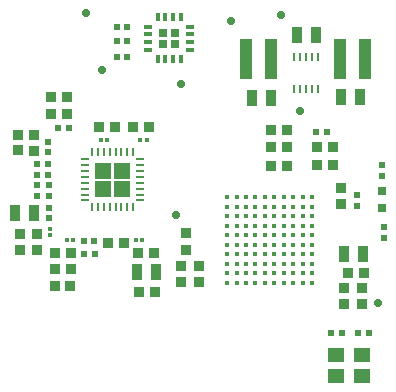
<source format=gbr>
G04 #@! TF.GenerationSoftware,KiCad,Pcbnew,(5.1.0)-1*
G04 #@! TF.CreationDate,2019-06-03T19:39:10-07:00*
G04 #@! TF.ProjectId,SDCard-PCB,53444361-7264-42d5-9043-422e6b696361,rev?*
G04 #@! TF.SameCoordinates,Original*
G04 #@! TF.FileFunction,Paste,Top*
G04 #@! TF.FilePolarity,Positive*
%FSLAX46Y46*%
G04 Gerber Fmt 4.6, Leading zero omitted, Abs format (unit mm)*
G04 Created by KiCad (PCBNEW (5.1.0)-1) date 2019-06-03 19:39:10*
%MOMM*%
%LPD*%
G04 APERTURE LIST*
%ADD10R,1.350000X1.350000*%
%ADD11R,0.260000X0.680000*%
%ADD12R,0.680000X0.260000*%
%ADD13R,0.310000X0.340000*%
%ADD14R,0.340000X0.310000*%
%ADD15C,0.700000*%
%ADD16R,1.000000X3.400000*%
%ADD17R,0.930000X1.320000*%
%ADD18R,0.890000X0.920000*%
%ADD19R,0.810000X0.870000*%
%ADD20R,0.580000X0.630000*%
%ADD21R,1.400000X1.200000*%
%ADD22C,0.370000*%
%ADD23R,0.560000X0.490000*%
%ADD24R,0.920000X0.890000*%
%ADD25R,0.740000X0.740000*%
%ADD26R,0.420000X0.420000*%
%ADD27R,0.740000X0.320000*%
%ADD28R,0.320000X0.740000*%
%ADD29R,0.260000X0.660000*%
%ADD30R,0.490000X0.560000*%
%ADD31R,0.710000X0.770000*%
%ADD32R,0.870000X0.810000*%
G04 APERTURE END LIST*
D10*
X114790000Y-67220000D03*
X113240000Y-67220000D03*
X114790000Y-68770000D03*
X113240000Y-68770000D03*
D11*
X112265000Y-65660000D03*
X112765000Y-65660000D03*
X113265000Y-65660000D03*
X113765000Y-65660000D03*
X114265000Y-65660000D03*
X114765000Y-65660000D03*
X115265000Y-65660000D03*
X115765000Y-65660000D03*
D12*
X116350000Y-66245000D03*
X116350000Y-66745000D03*
X116350000Y-67245000D03*
X116350000Y-67745000D03*
X116350000Y-68245000D03*
X116350000Y-68745000D03*
X116350000Y-69245000D03*
X116350000Y-69745000D03*
D11*
X115765000Y-70330000D03*
X115265000Y-70330000D03*
X114765000Y-70330000D03*
X114265000Y-70330000D03*
X113765000Y-70330000D03*
X113265000Y-70330000D03*
X112765000Y-70330000D03*
X112265000Y-70330000D03*
D12*
X111680000Y-69745000D03*
X111680000Y-69245000D03*
X111680000Y-68745000D03*
X111680000Y-68245000D03*
X111680000Y-67745000D03*
X111680000Y-67245000D03*
X111680000Y-66745000D03*
X111680000Y-66245000D03*
D13*
X115960000Y-73050000D03*
X116510000Y-73050000D03*
X116895000Y-64640000D03*
X116345000Y-64640000D03*
X113000000Y-64650000D03*
X113550000Y-64650000D03*
X110150000Y-73060000D03*
X110700000Y-73060000D03*
D14*
X108710000Y-72135000D03*
X108710000Y-72685000D03*
D15*
X119350000Y-70970000D03*
D16*
X127440000Y-57770000D03*
X125340000Y-57770000D03*
D17*
X116080000Y-75810000D03*
X117720000Y-75810000D03*
D18*
X116240000Y-77470000D03*
X117570000Y-77470000D03*
D19*
X116200000Y-74160000D03*
X117560000Y-74160000D03*
D20*
X133405000Y-80930000D03*
X132515000Y-80930000D03*
X135705000Y-80930000D03*
X134815000Y-80930000D03*
D21*
X135120000Y-84570000D03*
X132920000Y-84570000D03*
X132920000Y-82870000D03*
X135120000Y-82870000D03*
D22*
X123710000Y-69490000D03*
X124510000Y-69490000D03*
X125310000Y-69490000D03*
X126110000Y-69490000D03*
X126910000Y-69490000D03*
X127710000Y-69490000D03*
X128510000Y-69490000D03*
X129310000Y-69490000D03*
X130110000Y-69490000D03*
X130910000Y-69490000D03*
X123710000Y-70290000D03*
X124510000Y-70290000D03*
X125310000Y-70290000D03*
X126110000Y-70290000D03*
X126910000Y-70290000D03*
X127710000Y-70290000D03*
X128510000Y-70290000D03*
X129310000Y-70290000D03*
X130110000Y-70290000D03*
X130910000Y-70290000D03*
X123710000Y-71090000D03*
X124510000Y-71090000D03*
X125310000Y-71090000D03*
X126110000Y-71090000D03*
X126910000Y-71090000D03*
X127710000Y-71090000D03*
X128510000Y-71090000D03*
X129310000Y-71090000D03*
X130110000Y-71090000D03*
X130910000Y-71090000D03*
X123710000Y-71890000D03*
X124510000Y-71890000D03*
X125310000Y-71890000D03*
X126110000Y-71890000D03*
X126910000Y-71890000D03*
X127710000Y-71890000D03*
X128510000Y-71890000D03*
X129310000Y-71890000D03*
X130110000Y-71890000D03*
X130910000Y-71890000D03*
X123710000Y-72690000D03*
X124510000Y-72690000D03*
X125310000Y-72690000D03*
X126110000Y-72690000D03*
X126910000Y-72690000D03*
X127710000Y-72690000D03*
X128510000Y-72690000D03*
X129310000Y-72690000D03*
X130110000Y-72690000D03*
X130910000Y-72690000D03*
X123710000Y-73490000D03*
X124510000Y-73490000D03*
X125310000Y-73490000D03*
X126110000Y-73490000D03*
X126910000Y-73490000D03*
X127710000Y-73490000D03*
X128510000Y-73490000D03*
X129310000Y-73490000D03*
X130110000Y-73490000D03*
X130910000Y-73490000D03*
X123710000Y-74290000D03*
X124510000Y-74290000D03*
X125310000Y-74290000D03*
X126110000Y-74290000D03*
X126910000Y-74290000D03*
X127710000Y-74290000D03*
X128510000Y-74290000D03*
X129310000Y-74290000D03*
X130110000Y-74290000D03*
X130910000Y-74290000D03*
X123710000Y-75090000D03*
X124510000Y-75090000D03*
X125310000Y-75090000D03*
X126110000Y-75090000D03*
X126910000Y-75090000D03*
X127710000Y-75090000D03*
X128510000Y-75090000D03*
X129310000Y-75090000D03*
X130110000Y-75090000D03*
X130910000Y-75090000D03*
X123710000Y-75890000D03*
X124510000Y-75890000D03*
X125310000Y-75890000D03*
X126110000Y-75890000D03*
X126910000Y-75890000D03*
X127710000Y-75890000D03*
X128510000Y-75890000D03*
X129310000Y-75890000D03*
X130110000Y-75890000D03*
X130910000Y-75890000D03*
X123710000Y-76690000D03*
X124510000Y-76690000D03*
X125310000Y-76690000D03*
X126110000Y-76690000D03*
X126910000Y-76690000D03*
X127710000Y-76690000D03*
X128510000Y-76690000D03*
X129310000Y-76690000D03*
X130110000Y-76690000D03*
X130910000Y-76690000D03*
D23*
X136990000Y-72930000D03*
X136990000Y-72020000D03*
X134740000Y-69290000D03*
X134740000Y-70200000D03*
D17*
X135210000Y-74290000D03*
X133570000Y-74290000D03*
D24*
X133570000Y-77170000D03*
X133570000Y-78500000D03*
D15*
X113100000Y-58680000D03*
D25*
X118325000Y-55525000D03*
X118325000Y-56475000D03*
X119275000Y-55525000D03*
X119275000Y-56475000D03*
D26*
X118325000Y-55525000D03*
X118325000Y-56475000D03*
X119275000Y-55525000D03*
X119275000Y-56475000D03*
D27*
X117005000Y-56975000D03*
X117005000Y-56325000D03*
X117005000Y-55675000D03*
X117005000Y-55025000D03*
D28*
X117825000Y-54205000D03*
X118475000Y-54205000D03*
X119125000Y-54205000D03*
X119775000Y-54205000D03*
D27*
X120595000Y-55025000D03*
X120595000Y-55675000D03*
X120595000Y-56325000D03*
X120595000Y-56975000D03*
D28*
X119775000Y-57795000D03*
X119125000Y-57795000D03*
X118475000Y-57795000D03*
X117825000Y-57795000D03*
D29*
X129400000Y-57605000D03*
X129900000Y-57605000D03*
X130400000Y-57605000D03*
X130900000Y-57605000D03*
X131400000Y-57605000D03*
X131400000Y-60275000D03*
X130900000Y-60275000D03*
X130400000Y-60275000D03*
X129900000Y-60275000D03*
X129400000Y-60275000D03*
D23*
X136840000Y-66755000D03*
X136840000Y-67665000D03*
X108600000Y-71250000D03*
X108600000Y-70340000D03*
X108590000Y-67555000D03*
X108590000Y-66645000D03*
X107590000Y-66655000D03*
X107590000Y-67565000D03*
D30*
X112505000Y-74270000D03*
X111595000Y-74270000D03*
D23*
X108600000Y-68470000D03*
X108600000Y-69380000D03*
X107580000Y-69380000D03*
X107580000Y-68470000D03*
D30*
X110290000Y-63640000D03*
X109380000Y-63640000D03*
D23*
X108590000Y-65680000D03*
X108590000Y-64770000D03*
D24*
X121360000Y-75300000D03*
X121360000Y-76630000D03*
D16*
X133290000Y-57800000D03*
X135390000Y-57800000D03*
D18*
X109100000Y-76980000D03*
X110430000Y-76980000D03*
X110135000Y-61020000D03*
X108805000Y-61020000D03*
D24*
X105990000Y-65490000D03*
X105990000Y-64160000D03*
D15*
X136470000Y-78390000D03*
X111750000Y-53910000D03*
X124060000Y-54560000D03*
X119770000Y-59850000D03*
X129900000Y-62190000D03*
X128310000Y-54040000D03*
D31*
X136800000Y-68950000D03*
X136800000Y-70410000D03*
D19*
X132670000Y-65250000D03*
X131310000Y-65250000D03*
D32*
X120240000Y-73900000D03*
X120240000Y-72540000D03*
D19*
X128750000Y-66800000D03*
X127390000Y-66800000D03*
D32*
X133370000Y-70050000D03*
X133370000Y-68690000D03*
X119800000Y-76660000D03*
X119800000Y-75300000D03*
D19*
X132710000Y-66750000D03*
X131350000Y-66750000D03*
X128750000Y-65250000D03*
X127390000Y-65250000D03*
X135270000Y-75850000D03*
X133910000Y-75850000D03*
D32*
X135140000Y-77130000D03*
X135140000Y-78490000D03*
D19*
X128780000Y-63820000D03*
X127420000Y-63820000D03*
D20*
X132155000Y-63950000D03*
X131265000Y-63950000D03*
X114370000Y-56280000D03*
X115260000Y-56280000D03*
X114360000Y-57560000D03*
X115250000Y-57560000D03*
X114370000Y-55030000D03*
X115260000Y-55030000D03*
D17*
X125800000Y-61030000D03*
X127440000Y-61030000D03*
X135000000Y-60950000D03*
X133360000Y-60950000D03*
X131280000Y-55720000D03*
X129640000Y-55720000D03*
X105750000Y-70770000D03*
X107390000Y-70770000D03*
D20*
X112475000Y-73210000D03*
X111585000Y-73210000D03*
D19*
X114970000Y-73360000D03*
X113610000Y-73360000D03*
X109100000Y-75560000D03*
X110460000Y-75560000D03*
D32*
X106140000Y-72590000D03*
X106140000Y-73950000D03*
D19*
X109100000Y-74150000D03*
X110460000Y-74150000D03*
D32*
X107580000Y-72590000D03*
X107580000Y-73950000D03*
D19*
X117070000Y-63550000D03*
X115710000Y-63550000D03*
X112900000Y-63550000D03*
X114260000Y-63550000D03*
X108820000Y-62450000D03*
X110180000Y-62450000D03*
D32*
X107390000Y-64160000D03*
X107390000Y-65520000D03*
M02*

</source>
